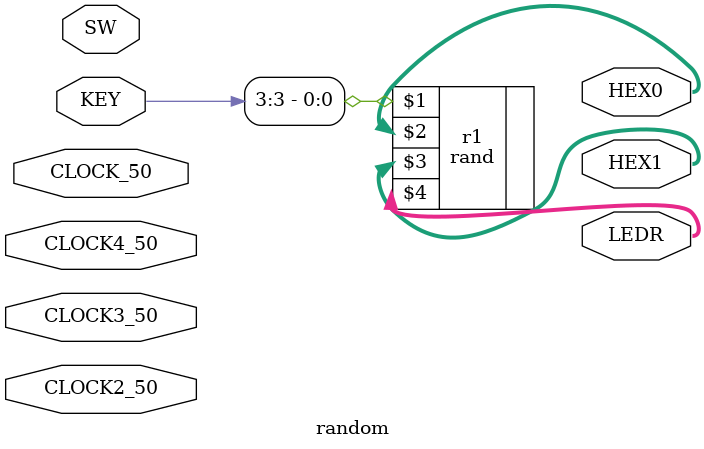
<source format=v>


module random(

	//////////// CLOCK //////////
	input 		          		CLOCK2_50,
	input 		          		CLOCK3_50,
	input 		          		CLOCK4_50,
	input 		          		CLOCK_50,

	//////////// KEY //////////
	input 		     [3:0]		KEY,

	//////////// SW //////////
	input 		     [9:0]		SW,

	//////////// LED //////////
	output		     [9:0]		LEDR,

	//////////// Seg7 //////////
	output		     [6:0]		HEX0,
	output		     [6:0]		HEX1
	//output		     [6:0]		HEX2,
	//output		     [6:0]		HEX3,
	//output		     [6:0]		HEX4,
	//output		     [6:0]		HEX5
);



//=======================================================
//  REG/WIRE declarations
//=======================================================

rand r1(KEY[3],HEX0,HEX1,LEDR);

//=======================================================
//  Structural coding
//=======================================================



endmodule

</source>
